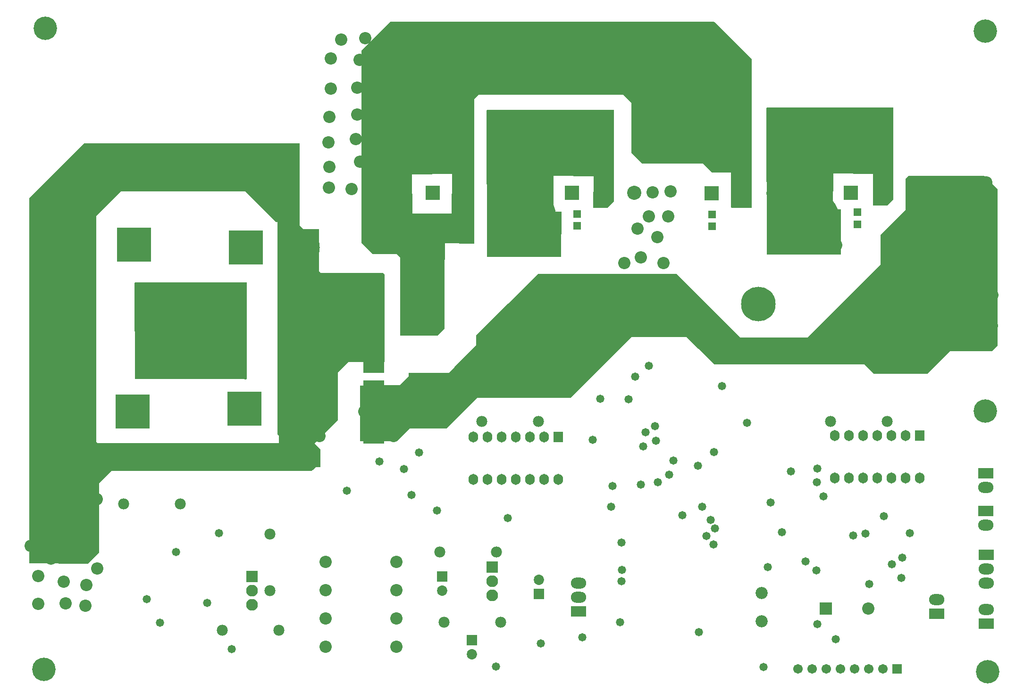
<source format=gbs>
%FSLAX25Y25*%
%MOIN*%
G70*
G01*
G75*
G04 Layer_Color=16711935*
%ADD10R,0.05000X0.05000*%
%ADD11R,0.07520X0.05903*%
%ADD12O,0.08000X0.02400*%
%ADD13R,0.05000X0.05000*%
%ADD14O,0.10039X0.01000*%
%ADD15O,0.01000X0.10039*%
%ADD16R,0.05000X0.06000*%
%ADD17R,0.08800X0.14200*%
%ADD18R,0.08800X0.04800*%
%ADD19R,0.05903X0.07520*%
%ADD20R,0.06000X0.05000*%
%ADD21R,0.02400X0.08600*%
%ADD22O,0.02400X0.08600*%
%ADD23C,0.05000*%
%ADD24C,0.01000*%
%ADD25C,0.01500*%
%ADD26C,0.02000*%
%ADD27C,0.03000*%
%ADD28C,0.07874*%
%ADD29R,0.23622X0.23622*%
%ADD30C,0.23622*%
%ADD31C,0.39370*%
%ADD32O,0.10000X0.07000*%
%ADD33R,0.10000X0.07000*%
%ADD34C,0.07000*%
%ADD35R,0.06500X0.06500*%
%ADD36C,0.06500*%
%ADD37C,0.07500*%
%ADD38R,0.07500X0.07500*%
%ADD39C,0.15748*%
%ADD40C,0.05906*%
%ADD41R,0.05906X0.05906*%
%ADD42C,0.07873*%
%ADD43R,0.07873X0.07873*%
%ADD44R,0.13780X0.13780*%
%ADD45O,0.06000X0.07000*%
%ADD46R,0.06000X0.07000*%
%ADD47C,0.09200*%
%ADD48R,0.09200X0.09200*%
%ADD49C,0.05000*%
%ADD50C,0.02362*%
%ADD51C,0.00984*%
%ADD52C,0.00800*%
%ADD53C,0.00600*%
%ADD54C,0.00787*%
%ADD55C,0.00500*%
%ADD56R,0.05700X0.04000*%
%ADD57R,0.02100X0.01300*%
%ADD58R,0.01000X0.01000*%
%ADD59R,0.03900X0.01800*%
%ADD60R,0.03600X0.01600*%
%ADD61R,0.02700X0.01200*%
%ADD62R,0.02100X0.01100*%
%ADD63R,0.06100X0.03400*%
%ADD64R,0.01100X0.01500*%
%ADD65R,0.01100X0.00800*%
%ADD66R,0.04900X0.02100*%
%ADD67R,0.03600X0.01700*%
%ADD68R,0.01900X0.01300*%
%ADD69R,0.01800X0.01900*%
%ADD70R,0.01600X0.01300*%
%ADD71R,0.05800X0.05800*%
%ADD72R,0.08320X0.06703*%
%ADD73O,0.08800X0.03200*%
%ADD74R,0.05800X0.05800*%
%ADD75O,0.10839X0.01800*%
%ADD76O,0.01800X0.10839*%
%ADD77R,0.05800X0.06800*%
%ADD78R,0.09600X0.15000*%
%ADD79R,0.09600X0.05600*%
%ADD80R,0.06703X0.08320*%
%ADD81R,0.06800X0.05800*%
%ADD82R,0.03200X0.09400*%
%ADD83O,0.03200X0.09400*%
%ADD84C,0.08674*%
%ADD85R,0.24422X0.24422*%
%ADD86C,0.24422*%
%ADD87C,0.40170*%
%ADD88O,0.10800X0.07800*%
%ADD89R,0.10800X0.07800*%
%ADD90C,0.08600*%
%ADD91C,0.07800*%
%ADD92R,0.07300X0.07300*%
%ADD93C,0.07300*%
%ADD94C,0.08300*%
%ADD95R,0.08300X0.08300*%
%ADD96C,0.16548*%
%ADD97C,0.06706*%
%ADD98R,0.06706X0.06706*%
%ADD99C,0.08673*%
%ADD100R,0.08673X0.08673*%
%ADD101R,0.14579X0.14579*%
%ADD102O,0.06800X0.07800*%
%ADD103R,0.06800X0.07800*%
%ADD104C,0.10000*%
%ADD105R,0.10000X0.10000*%
%ADD106C,0.05800*%
%ADD107R,0.25500X0.16000*%
%ADD108R,0.31200X0.33000*%
G36*
X5114300Y2613300D02*
X5116800Y2610800D01*
X5117000Y2610600D01*
X5128100D01*
Y2580900D01*
X5128300Y2580700D01*
X5129500Y2579500D01*
X5173300D01*
X5173400Y2579400D01*
X5174500Y2578300D01*
Y2516600D01*
X5148600D01*
X5145300Y2513300D01*
X5141300Y2509300D01*
Y2489900D01*
Y2475300D01*
X5129800Y2463800D01*
X5124950Y2458950D01*
X5128300Y2455600D01*
X5129100Y2454800D01*
Y2442100D01*
X5125600D01*
X5123600Y2440100D01*
X5122900Y2439400D01*
X4981400D01*
X4974400Y2432400D01*
X4972900Y2430900D01*
Y2383600D01*
Y2381900D01*
X4964900Y2373900D01*
X4923300Y2374200D01*
Y2456700D01*
Y2632400D01*
X4961500Y2670600D01*
X4962000Y2671100D01*
X5114300D01*
Y2613300D01*
D02*
G37*
G36*
X5607400Y2638900D02*
Y2569300D01*
Y2528200D01*
X5603400Y2524200D01*
X5573900D01*
X5571200Y2521500D01*
X5557800Y2508100D01*
X5519900D01*
X5518600Y2509400D01*
X5513200Y2514800D01*
X5407300D01*
X5396100Y2526000D01*
X5387800Y2534300D01*
X5348800D01*
X5323500Y2509000D01*
X5305800Y2491300D01*
X5239900D01*
X5226700Y2478100D01*
X5218000Y2469400D01*
X5192200D01*
X5184800Y2462000D01*
X5183200Y2460400D01*
X5157200D01*
Y2499800D01*
X5185000Y2500100D01*
X5191500Y2506600D01*
Y2508900D01*
X5219700D01*
X5223700Y2512900D01*
X5239200Y2528400D01*
Y2535400D01*
X5261800Y2558000D01*
X5282700Y2578900D01*
X5380900D01*
X5416200Y2543600D01*
X5425800Y2534000D01*
X5473000D01*
X5473600Y2534600D01*
X5524700Y2585700D01*
Y2589400D01*
Y2606500D01*
X5528700Y2610500D01*
X5542400Y2624200D01*
Y2626300D01*
Y2646000D01*
X5542300Y2646100D01*
X5544500Y2648300D01*
X5598000D01*
X5607400Y2638900D01*
D02*
G37*
G36*
X5433600Y2730800D02*
Y2625800D01*
X5433600Y2625800D01*
X5433600Y2625800D01*
X5433517Y2625600D01*
X5419900D01*
X5419200Y2626300D01*
Y2650500D01*
X5405800D01*
X5399300Y2657000D01*
X5356200D01*
X5348800Y2664400D01*
Y2699800D01*
X5343200Y2705400D01*
X5241100D01*
X5240900Y2705600D01*
X5237800Y2702500D01*
Y2603300D01*
X5237700Y2600200D01*
X5216700Y2600400D01*
X5216385Y2593078D01*
X5215963Y2592811D01*
X5213082Y2594026D01*
X5208400Y2598282D01*
Y2607800D01*
X5195070Y2621130D01*
X5195263Y2621592D01*
X5221900Y2621400D01*
X5222000Y2649400D01*
X5193900Y2649200D01*
X5194000Y2622200D01*
X5194119Y2622081D01*
X5194076Y2621583D01*
X5187700Y2617100D01*
X5208400Y2598282D01*
Y2596000D01*
X5213082Y2594026D01*
X5216300Y2591100D01*
Y2591100D01*
X5216700Y2591083D01*
Y2540100D01*
X5211800Y2535200D01*
X5185800D01*
X5185500Y2535500D01*
X5185300Y2590500D01*
X5183000Y2592800D01*
X5166200D01*
X5158000Y2601000D01*
Y2736900D01*
X5178400Y2757300D01*
X5407100D01*
X5433600Y2730800D01*
D02*
G37*
G36*
X5533841Y2631547D02*
X5529355Y2627354D01*
X5519656Y2627302D01*
X5519303Y2627656D01*
X5519500Y2649700D01*
X5491400Y2649800D01*
X5491200Y2624600D01*
X5496800Y2624500D01*
X5496600Y2592600D01*
X5444386Y2592650D01*
X5444040Y2696177D01*
X5444386Y2696672D01*
X5533754D01*
X5533841Y2631547D01*
D02*
G37*
G36*
X5336340Y2629847D02*
X5331855Y2625654D01*
X5322156Y2625602D01*
X5321803Y2625956D01*
X5322000Y2648000D01*
X5293900Y2648100D01*
X5293700Y2622900D01*
X5299300Y2622800D01*
X5299100Y2590900D01*
X5246886Y2590950D01*
X5246540Y2694477D01*
X5246886Y2694972D01*
X5336254D01*
X5336340Y2629847D01*
D02*
G37*
%LPC*%
G36*
X5076000Y2637200D02*
X4988100D01*
X4973900Y2623000D01*
X4970700Y2619800D01*
Y2461300D01*
Y2460300D01*
X4971700Y2459300D01*
X5104900D01*
X5106100Y2458100D01*
X5124100D01*
X5124950Y2458950D01*
X5124600Y2459300D01*
X5104900D01*
X5098700Y2465500D01*
Y2615500D01*
X5097700D01*
X5090200Y2623000D01*
X5076000Y2637200D01*
D02*
G37*
%LPD*%
G36*
X5077100Y2504906D02*
X5076246Y2504050D01*
X5075746Y2504050D01*
X5075394Y2504403D01*
X4998101D01*
X4997703Y2572632D01*
X4998101Y2572798D01*
Y2572798D01*
X4998101Y2572798D01*
X5077100D01*
Y2504906D01*
D02*
G37*
D74*
X5508500Y2622400D02*
D03*
Y2614000D02*
D03*
X5405700Y2621000D02*
D03*
Y2612600D02*
D03*
X5310500Y2621300D02*
D03*
Y2612900D02*
D03*
D84*
X5166000Y2564200D02*
D03*
X5153000Y2570200D02*
D03*
X5116000Y2577200D02*
D03*
X5136500Y2568200D02*
D03*
X5150500Y2551200D02*
D03*
X5168000Y2531700D02*
D03*
X5150500Y2526700D02*
D03*
X5137500Y2538700D02*
D03*
X5125500Y2550700D02*
D03*
X5114500Y2563200D02*
D03*
X5113500Y2543700D02*
D03*
X5131000Y2523200D02*
D03*
X5113500D02*
D03*
X5132000Y2494200D02*
D03*
X5129000Y2507200D02*
D03*
X5112500Y2506200D02*
D03*
X5128500Y2464200D02*
D03*
X5114500Y2461100D02*
D03*
X5360300Y2545800D02*
D03*
X5368500Y2555000D02*
D03*
X5372200Y2571000D02*
D03*
X5355700Y2573300D02*
D03*
X5338300D02*
D03*
X5343800Y2586500D02*
D03*
X5355300Y2590700D02*
D03*
X5371300Y2586500D02*
D03*
X5367200Y2604800D02*
D03*
X5353000Y2610800D02*
D03*
X5361200Y2619500D02*
D03*
X5374900D02*
D03*
X5376300Y2637300D02*
D03*
X5363900Y2636400D02*
D03*
X5011900Y2528900D02*
D03*
X5010900Y2546100D02*
D03*
X5014400Y2563700D02*
D03*
X5034400Y2565600D02*
D03*
X5054500Y2566100D02*
D03*
X5065200Y2552400D02*
D03*
Y2538200D02*
D03*
Y2523100D02*
D03*
X5058900Y2512800D02*
D03*
X5039800Y2511800D02*
D03*
X5022200D02*
D03*
X5007500Y2512300D02*
D03*
X5190300Y2483200D02*
D03*
X5180800Y2464100D02*
D03*
X5187000Y2472600D02*
D03*
X5199300Y2479300D02*
D03*
X5195400Y2491100D02*
D03*
X5182500Y2490000D02*
D03*
X5174000Y2481600D02*
D03*
X5160000D02*
D03*
X4971500Y2370700D02*
D03*
X4967600Y2394400D02*
D03*
X4924300Y2386500D02*
D03*
X4930500Y2430900D02*
D03*
X4954100D02*
D03*
X4971000Y2419700D02*
D03*
X4962000Y2382600D02*
D03*
X4938900Y2377500D02*
D03*
X4929900Y2365100D02*
D03*
X4947900Y2361200D02*
D03*
X4963700Y2358900D02*
D03*
X4963100Y2344300D02*
D03*
X4949000Y2346000D02*
D03*
X4929900Y2345400D02*
D03*
X5292100Y2598000D02*
D03*
X5255600Y2597400D02*
D03*
X5281500Y2646400D02*
D03*
X5259500Y2650900D02*
D03*
X5271300Y2659300D02*
D03*
X5297200Y2662100D02*
D03*
X5322000Y2663200D02*
D03*
X5308500Y2679500D02*
D03*
X5286500D02*
D03*
X5262300D02*
D03*
X5525600Y2671700D02*
D03*
X5492900Y2659300D02*
D03*
X5516600Y2657600D02*
D03*
X5501400Y2669400D02*
D03*
X5513200Y2684000D02*
D03*
X5482800Y2680700D02*
D03*
X5484500Y2643500D02*
D03*
X5493500Y2599100D02*
D03*
X5454100Y2601400D02*
D03*
X5471600Y2666000D02*
D03*
X5455300Y2684000D02*
D03*
X5454700Y2660400D02*
D03*
X5462000Y2646400D02*
D03*
X5575800Y2629200D02*
D03*
X5587500Y2619000D02*
D03*
X5573700Y2603100D02*
D03*
X5563000Y2620000D02*
D03*
X5554300Y2598500D02*
D03*
X5565600Y2583200D02*
D03*
X5580400Y2578600D02*
D03*
X5603400Y2542300D02*
D03*
X5603900Y2563800D02*
D03*
X5602400Y2583700D02*
D03*
X5599300Y2604700D02*
D03*
Y2623100D02*
D03*
Y2643500D02*
D03*
X5584500D02*
D03*
X5562000Y2643000D02*
D03*
X5411200Y2697400D02*
D03*
X5398300Y2707100D02*
D03*
X5397900Y2725800D02*
D03*
X5365800Y2726600D02*
D03*
X5287800Y2727100D02*
D03*
X5322400Y2724500D02*
D03*
X5346900Y2723100D02*
D03*
X5367700Y2710700D02*
D03*
X5387500Y2695900D02*
D03*
X5402000Y2686900D02*
D03*
X5411600Y2676100D02*
D03*
X5426300Y2653500D02*
D03*
X5426700Y2673000D02*
D03*
X5425400Y2694300D02*
D03*
X5422100Y2709600D02*
D03*
X5411000Y2718100D02*
D03*
X5382400Y2721900D02*
D03*
X5379200Y2743100D02*
D03*
X5362400Y2743500D02*
D03*
X5343700Y2743100D02*
D03*
X5322000Y2744000D02*
D03*
X5300200Y2743700D02*
D03*
X5280900Y2743300D02*
D03*
X5266700Y2727700D02*
D03*
X5265900Y2744100D02*
D03*
X5251700Y2732800D02*
D03*
X5249900Y2745200D02*
D03*
X5237200Y2727700D02*
D03*
X5234600Y2747300D02*
D03*
X5217800Y2719300D02*
D03*
X5217100Y2735000D02*
D03*
X5218200Y2747700D02*
D03*
X5197100Y2748400D02*
D03*
X5205100Y2696000D02*
D03*
X5197100Y2711300D02*
D03*
X5196000Y2733500D02*
D03*
X5177400Y2739300D02*
D03*
X5173800Y2720000D02*
D03*
X5174500Y2701400D02*
D03*
X5170100Y2684000D02*
D03*
X5184700Y2680300D02*
D03*
X5200400Y2680000D02*
D03*
X5215700D02*
D03*
X5228800Y2676000D02*
D03*
Y2653400D02*
D03*
X5225500Y2664700D02*
D03*
X5211300D02*
D03*
X5192000Y2664300D02*
D03*
X5174100Y2662100D02*
D03*
X5157000Y2658100D02*
D03*
X5154100Y2674100D02*
D03*
X5155200Y2691600D02*
D03*
Y2710600D02*
D03*
X5156700Y2730200D02*
D03*
X5160700Y2745500D02*
D03*
X5143900Y2744400D02*
D03*
X5136300Y2731300D02*
D03*
Y2709800D02*
D03*
X5135500Y2689800D02*
D03*
X5134800Y2671900D02*
D03*
X5135500Y2654500D02*
D03*
X5135200Y2639900D02*
D03*
X5151200Y2638800D02*
D03*
X5168700Y2639500D02*
D03*
X5181100Y2638100D02*
D03*
X5171200Y2624600D02*
D03*
X5184300Y2622800D02*
D03*
X5192900Y2613700D02*
D03*
X5198700Y2601700D02*
D03*
X5188900Y2604600D02*
D03*
X5193300Y2589700D02*
D03*
X5204000Y2591100D02*
D03*
X5204400Y2578300D02*
D03*
X5193300D02*
D03*
X5182800Y2375300D02*
D03*
Y2355300D02*
D03*
Y2335300D02*
D03*
Y2315300D02*
D03*
X5132800D02*
D03*
Y2335300D02*
D03*
Y2355300D02*
D03*
Y2375300D02*
D03*
D85*
X5075300Y2483600D02*
D03*
X5076300Y2597600D02*
D03*
X4997300Y2599600D02*
D03*
X4996300Y2481600D02*
D03*
D86*
X5115300Y2483600D02*
D03*
X5438400Y2557600D02*
D03*
X5586038D02*
D03*
X5116300Y2597600D02*
D03*
X4957300Y2599600D02*
D03*
X4956300Y2481600D02*
D03*
X5198762Y2556800D02*
D03*
X5346400D02*
D03*
D87*
X5475900Y2617600D02*
D03*
X5275400Y2619700D02*
D03*
X5038000Y2539300D02*
D03*
X4947100Y2407900D02*
D03*
D88*
X5599100Y2427900D02*
D03*
X5599200Y2401100D02*
D03*
X5599500Y2370200D02*
D03*
Y2360200D02*
D03*
Y2341600D02*
D03*
X5311400Y2350300D02*
D03*
Y2360300D02*
D03*
X5564500Y2348700D02*
D03*
D89*
X5599100Y2437900D02*
D03*
X5599200Y2411100D02*
D03*
X5599500Y2380200D02*
D03*
Y2331600D02*
D03*
X5311400Y2340300D02*
D03*
X5564500Y2338700D02*
D03*
D90*
X5440900Y2353200D02*
D03*
Y2333200D02*
D03*
D91*
X5216500Y2332500D02*
D03*
X5256500D02*
D03*
X5213400Y2382300D02*
D03*
X5253400D02*
D03*
X5030100Y2416200D02*
D03*
X4990100D02*
D03*
X5093300Y2354900D02*
D03*
Y2394900D02*
D03*
X5099800Y2326800D02*
D03*
X5059800D02*
D03*
X5243000Y2474500D02*
D03*
X5283000D02*
D03*
X5489400Y2474700D02*
D03*
X5529400D02*
D03*
D92*
X5236000Y2320000D02*
D03*
X5215000Y2365000D02*
D03*
X5283500Y2352500D02*
D03*
D93*
X5236000Y2310000D02*
D03*
X5215000Y2355000D02*
D03*
X5283500Y2362500D02*
D03*
D94*
X5250400Y2351600D02*
D03*
Y2361600D02*
D03*
X5080900Y2344900D02*
D03*
Y2354900D02*
D03*
D95*
X5250400Y2371600D02*
D03*
X5080900Y2364900D02*
D03*
D96*
X4934800Y2752500D02*
D03*
X5598900Y2750600D02*
D03*
X5600500Y2297600D02*
D03*
X4933900Y2299200D02*
D03*
X5598600Y2481800D02*
D03*
D97*
X5466300Y2299500D02*
D03*
X5476300D02*
D03*
X5486300D02*
D03*
X5496300D02*
D03*
X5506300D02*
D03*
X5516300D02*
D03*
X5526300D02*
D03*
D98*
X5536300D02*
D03*
D99*
X5516200Y2342300D02*
D03*
D100*
X5486200D02*
D03*
D101*
X5166800Y2546100D02*
D03*
Y2516100D02*
D03*
Y2496100D02*
D03*
Y2466100D02*
D03*
D102*
X5552400Y2434700D02*
D03*
X5542400D02*
D03*
X5532400D02*
D03*
X5522400D02*
D03*
X5512400D02*
D03*
X5502400D02*
D03*
X5492400D02*
D03*
Y2464700D02*
D03*
X5502400D02*
D03*
X5512400D02*
D03*
X5522400D02*
D03*
X5532400D02*
D03*
X5542400D02*
D03*
X5297000Y2433500D02*
D03*
X5287000D02*
D03*
X5277000D02*
D03*
X5267000D02*
D03*
X5257000D02*
D03*
X5247000D02*
D03*
X5237000D02*
D03*
Y2463500D02*
D03*
X5247000D02*
D03*
X5257000D02*
D03*
X5267000D02*
D03*
X5277000D02*
D03*
X5287000D02*
D03*
D103*
X5552400Y2464700D02*
D03*
X5297000Y2463500D02*
D03*
D104*
X5449200Y2635900D02*
D03*
X5427300D02*
D03*
X5252100Y2636100D02*
D03*
X5230200D02*
D03*
X5547600D02*
D03*
X5525700D02*
D03*
X5350600D02*
D03*
X5328700D02*
D03*
D105*
X5405400Y2635900D02*
D03*
X5208300Y2636100D02*
D03*
X5503800D02*
D03*
X5306800D02*
D03*
D106*
X5398900Y2414100D02*
D03*
X5539300Y2363900D02*
D03*
X5540200Y2378200D02*
D03*
X5532600Y2373400D02*
D03*
X5406800Y2387600D02*
D03*
X5401900Y2393500D02*
D03*
X5404900Y2404800D02*
D03*
X5480000Y2331300D02*
D03*
X5493000Y2320600D02*
D03*
X5442200Y2300900D02*
D03*
X5480235Y2441300D02*
D03*
X5367300Y2431600D02*
D03*
X5484300Y2421500D02*
D03*
X5479900Y2431600D02*
D03*
X5375500Y2436900D02*
D03*
X5378300Y2447000D02*
D03*
X5365300Y2471100D02*
D03*
X5355400Y2430000D02*
D03*
X5335500Y2428800D02*
D03*
X5057400Y2395700D02*
D03*
X5015700Y2332200D02*
D03*
X5066400Y2313700D02*
D03*
X5253100Y2301100D02*
D03*
X5284800Y2317600D02*
D03*
X5193400Y2422600D02*
D03*
X5188000Y2441000D02*
D03*
X5211500Y2411500D02*
D03*
X5261400Y2406100D02*
D03*
X5351500Y2506300D02*
D03*
X5346800Y2490300D02*
D03*
X5326900Y2490400D02*
D03*
X5321300Y2461600D02*
D03*
X5198600Y2452500D02*
D03*
X5296500Y2507400D02*
D03*
X5147700Y2425400D02*
D03*
X5170900Y2446100D02*
D03*
X5532400Y2517500D02*
D03*
X5430300Y2473500D02*
D03*
X5407100Y2452900D02*
D03*
X5366200Y2461000D02*
D03*
X5358600Y2466800D02*
D03*
X5334400Y2414100D02*
D03*
X5357100Y2457000D02*
D03*
X5340900Y2332500D02*
D03*
X5341800Y2361700D02*
D03*
X5342000Y2369500D02*
D03*
X5341600Y2388800D02*
D03*
X5396400Y2325700D02*
D03*
X5447200Y2417100D02*
D03*
X5455000Y2396200D02*
D03*
X5461300Y2439200D02*
D03*
X5505500Y2393900D02*
D03*
X5516800Y2359600D02*
D03*
X5479500Y2369100D02*
D03*
X5471800Y2375500D02*
D03*
X5445200Y2371400D02*
D03*
X5514000Y2395300D02*
D03*
X5527100Y2407600D02*
D03*
X5545500Y2395500D02*
D03*
X5407700Y2399000D02*
D03*
X5384800Y2408200D02*
D03*
X5395600Y2443300D02*
D03*
X5361000Y2513800D02*
D03*
X5314000Y2322000D02*
D03*
X5049214Y2346100D02*
D03*
X5006400Y2348900D02*
D03*
X5027000Y2382300D02*
D03*
X5412900Y2499700D02*
D03*
D107*
X5112550Y2459100D02*
D03*
D108*
X5201400Y2605100D02*
D03*
M02*

</source>
